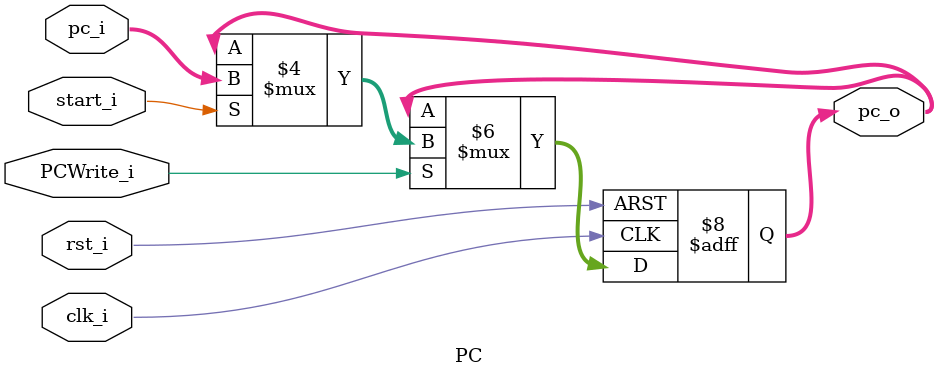
<source format=v>
module PC
(
    clk_i,
    rst_i,
    start_i,
    PCWrite_i,
    pc_i,
    pc_o
);

// Ports
input               clk_i;
input               rst_i;
input               start_i;
input               PCWrite_i;
input   [31:0]      pc_i;
output  [31:0]      pc_o;

// Wires & Registers
reg     [31:0]      pc_o;


always@(posedge clk_i or negedge rst_i) begin
    if(~rst_i) begin
        pc_o <= 32'b0;
    end
    else if (PCWrite_i) begin
        if(start_i)
            pc_o <= pc_i;
        else
            pc_o <= pc_o;
    end
end

endmodule

</source>
